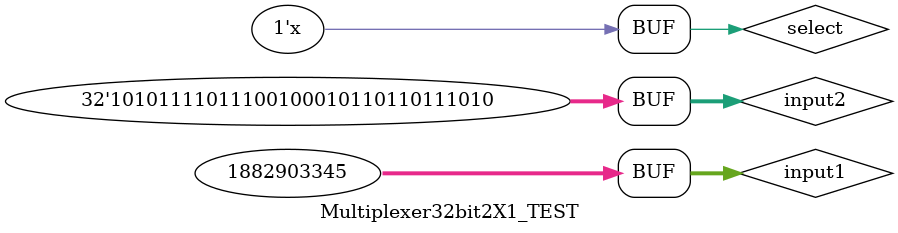
<source format=v>
`timescale 1ns / 1ps


module Multiplexer32bit2X1_TEST;

	// Inputs
	reg [31:0] input1;
	reg [31:0] input2;
	reg select;

	// Outputs
	wire [31:0] out;


	always #25 select <= ~select;
	// Instantiate the Unit Under Test (UUT)
	multiplexer32bit2X1 uut (
		.input1(input1), 
		.input2(input2), 
		.select(select), 
		.out(out)
	);

	initial begin

		// Initialize Inputs
		input1 = 32'b01110000001110101101001100110001;
		input2 = 32'b10101111011100100010110110111010;
		select = 0;
		
		#100;
	end
	
      
endmodule


</source>
